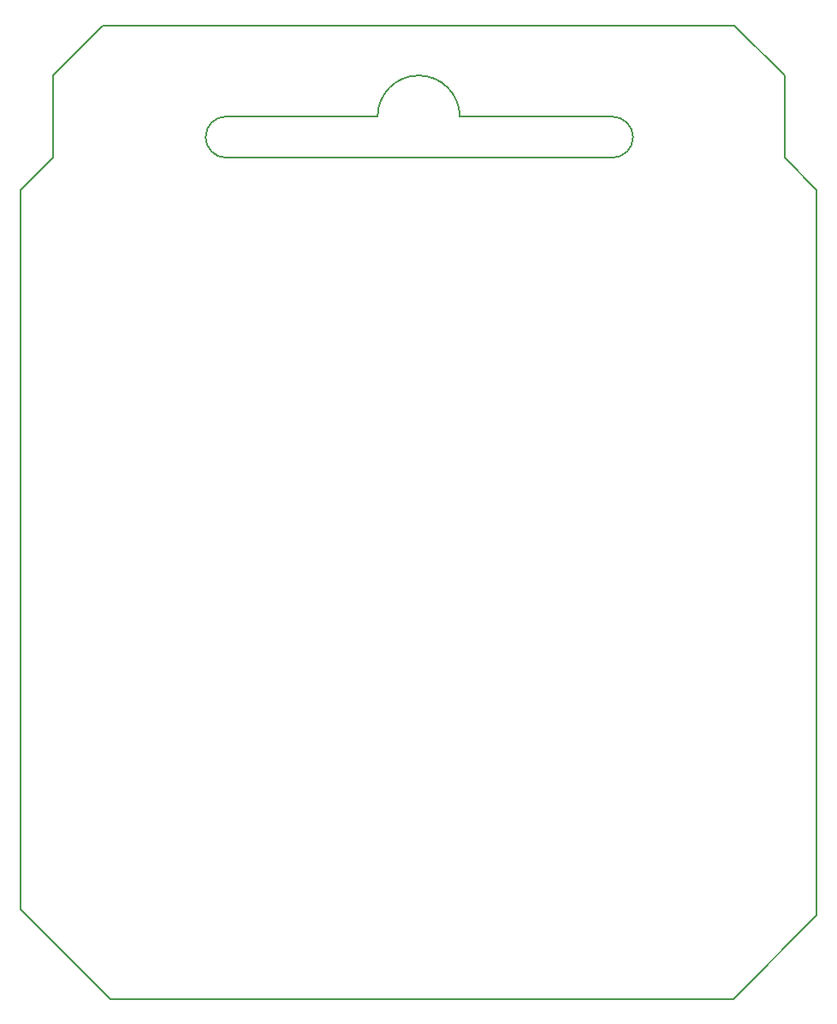
<source format=gbr>
G04 #@! TF.FileFunction,Profile,NP*
%FSLAX46Y46*%
G04 Gerber Fmt 4.6, Leading zero omitted, Abs format (unit mm)*
G04 Created by KiCad (PCBNEW 4.0.7-e0-6372~58~ubuntu16.10.1) date Wed Dec 20 17:09:54 2017*
%MOMM*%
%LPD*%
G01*
G04 APERTURE LIST*
%ADD10C,0.100000*%
%ADD11C,0.150000*%
G04 APERTURE END LIST*
D10*
D11*
X152781000Y-30861000D02*
X152654000Y-30861000D01*
X127508000Y-32893000D02*
G75*
G03X129540000Y-34925000I2032000J0D01*
G01*
X129540000Y-30861000D02*
G75*
G03X127508000Y-32893000I0J-2032000D01*
G01*
X167767000Y-34925000D02*
X129540000Y-34925000D01*
X167767000Y-34925000D02*
G75*
G03X169799000Y-32893000I0J2032000D01*
G01*
X169799000Y-32893000D02*
G75*
G03X167767000Y-30861000I-2032000J0D01*
G01*
X152767000Y-30861000D02*
X167767000Y-30861000D01*
X129526000Y-30861000D02*
X144526000Y-30861000D01*
X117348000Y-21844000D02*
X148590000Y-21844000D01*
X112395000Y-26797000D02*
X117348000Y-21844000D01*
X112395000Y-34925000D02*
X112395000Y-26797000D01*
X179832000Y-21844000D02*
X148590000Y-21844000D01*
X184785000Y-26797000D02*
X179832000Y-21844000D01*
X184785000Y-34925000D02*
X184785000Y-26797000D01*
X148590000Y-26797000D02*
G75*
G03X144526000Y-30861000I0J-4064000D01*
G01*
X152654000Y-30861000D02*
G75*
G03X148590000Y-26797000I-4064000J0D01*
G01*
X109220000Y-38100000D02*
X112395000Y-34925000D01*
X109220000Y-109220000D02*
X109220000Y-38100000D01*
X187960000Y-38100000D02*
X184785000Y-34925000D01*
X187960000Y-109855000D02*
X187960000Y-38100000D01*
X179705000Y-118110000D02*
X187960000Y-109855000D01*
X118110000Y-118110000D02*
X179705000Y-118110000D01*
X109220000Y-109220000D02*
X118110000Y-118110000D01*
M02*

</source>
